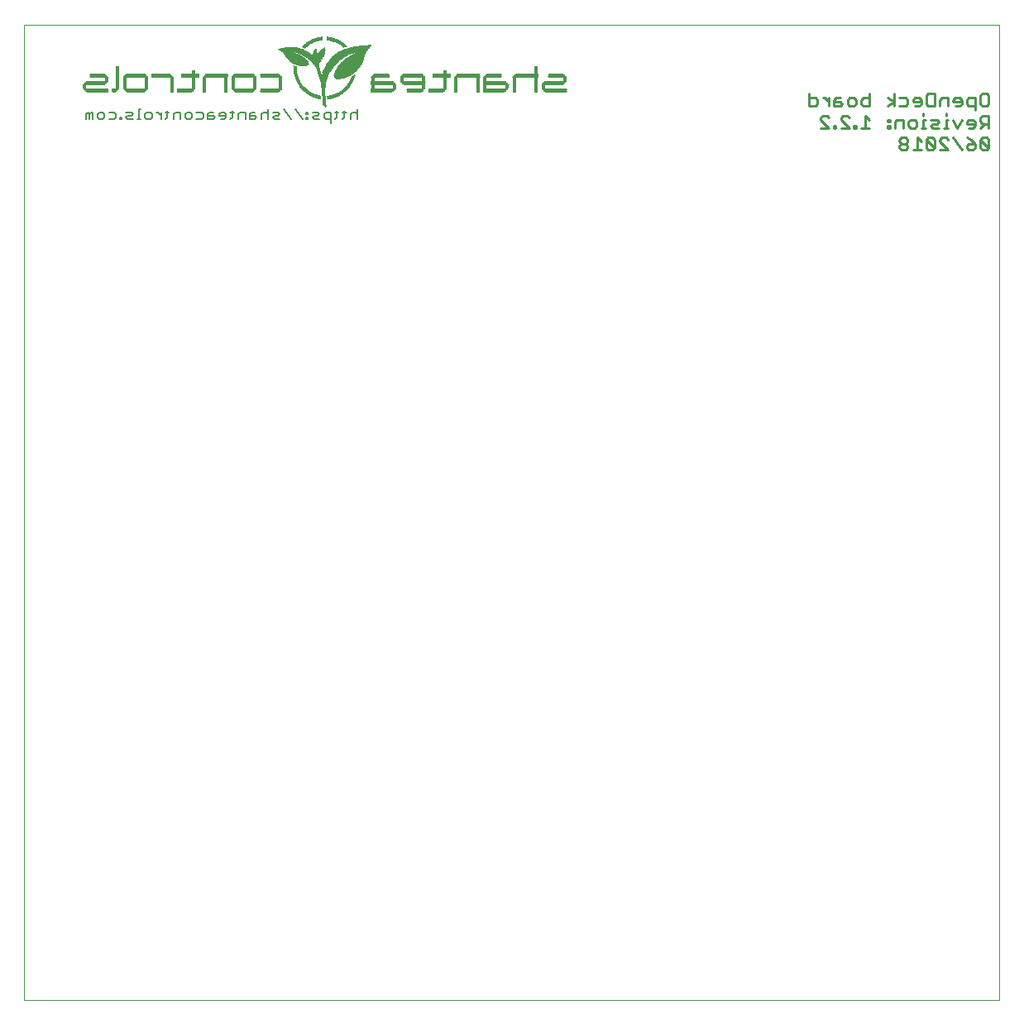
<source format=gbo>
G75*
%MOIN*%
%OFA0B0*%
%FSLAX25Y25*%
%IPPOS*%
%LPD*%
%AMOC8*
5,1,8,0,0,1.08239X$1,22.5*
%
%ADD10C,0.00000*%
%ADD11C,0.00800*%
%ADD12C,0.00900*%
%ADD13R,0.00200X0.00100*%
%ADD14R,0.00300X0.00100*%
%ADD15R,0.00400X0.00100*%
%ADD16R,0.00600X0.00100*%
%ADD17R,0.00700X0.00100*%
%ADD18R,0.00900X0.00100*%
%ADD19R,0.01000X0.00100*%
%ADD20R,0.01200X0.00100*%
%ADD21R,0.01100X0.00100*%
%ADD22R,0.01300X0.00100*%
%ADD23R,0.01800X0.00100*%
%ADD24R,0.02200X0.00100*%
%ADD25R,0.01500X0.00100*%
%ADD26R,0.02600X0.00100*%
%ADD27R,0.01900X0.00100*%
%ADD28R,0.02900X0.00100*%
%ADD29R,0.03200X0.00100*%
%ADD30R,0.02500X0.00100*%
%ADD31R,0.03500X0.00100*%
%ADD32R,0.02700X0.00100*%
%ADD33R,0.03700X0.00100*%
%ADD34R,0.03000X0.00100*%
%ADD35R,0.04000X0.00100*%
%ADD36R,0.03300X0.00100*%
%ADD37R,0.04200X0.00100*%
%ADD38R,0.04400X0.00100*%
%ADD39R,0.03600X0.00100*%
%ADD40R,0.04500X0.00100*%
%ADD41R,0.03800X0.00100*%
%ADD42R,0.03900X0.00100*%
%ADD43R,0.03400X0.00100*%
%ADD44R,0.03100X0.00100*%
%ADD45R,0.02800X0.00100*%
%ADD46R,0.02400X0.00100*%
%ADD47R,0.02300X0.00100*%
%ADD48R,0.01400X0.00100*%
%ADD49R,0.08900X0.00100*%
%ADD50R,0.01600X0.00100*%
%ADD51R,0.06000X0.00100*%
%ADD52R,0.02100X0.00100*%
%ADD53R,0.07400X0.00100*%
%ADD54R,0.09000X0.00100*%
%ADD55R,0.06100X0.00100*%
%ADD56R,0.07500X0.00100*%
%ADD57R,0.07600X0.00100*%
%ADD58R,0.01700X0.00100*%
%ADD59R,0.09100X0.00100*%
%ADD60R,0.06200X0.00100*%
%ADD61R,0.02000X0.00100*%
%ADD62R,0.07800X0.00100*%
%ADD63R,0.09200X0.00100*%
%ADD64R,0.06300X0.00100*%
%ADD65R,0.07700X0.00100*%
%ADD66R,0.08000X0.00100*%
%ADD67R,0.09300X0.00100*%
%ADD68R,0.06400X0.00100*%
%ADD69R,0.08200X0.00100*%
%ADD70R,0.09400X0.00100*%
%ADD71R,0.06500X0.00100*%
%ADD72R,0.07900X0.00100*%
%ADD73R,0.08400X0.00100*%
%ADD74R,0.09500X0.00100*%
%ADD75R,0.06600X0.00100*%
%ADD76R,0.08600X0.00100*%
%ADD77R,0.09600X0.00100*%
%ADD78R,0.06700X0.00100*%
%ADD79R,0.08100X0.00100*%
%ADD80R,0.08800X0.00100*%
%ADD81R,0.09700X0.00100*%
%ADD82R,0.06800X0.00100*%
%ADD83R,0.09800X0.00100*%
%ADD84R,0.06900X0.00100*%
%ADD85R,0.08300X0.00100*%
%ADD86R,0.09900X0.00100*%
%ADD87R,0.07000X0.00100*%
%ADD88R,0.10000X0.00100*%
%ADD89R,0.07100X0.00100*%
%ADD90R,0.08500X0.00100*%
%ADD91R,0.10100X0.00100*%
%ADD92R,0.07200X0.00100*%
%ADD93R,0.10200X0.00100*%
%ADD94R,0.07300X0.00100*%
%ADD95R,0.08700X0.00100*%
%ADD96R,0.10300X0.00100*%
%ADD97R,0.10400X0.00100*%
%ADD98R,0.04600X0.00100*%
%ADD99R,0.04900X0.00100*%
%ADD100R,0.05200X0.00100*%
%ADD101R,0.05400X0.00100*%
%ADD102R,0.05700X0.00100*%
%ADD103R,0.00800X0.00100*%
%ADD104R,0.05900X0.00100*%
%ADD105R,0.00100X0.00100*%
%ADD106R,0.05500X0.00100*%
%ADD107R,0.04100X0.00100*%
%ADD108R,0.04300X0.00100*%
%ADD109R,0.04700X0.00100*%
%ADD110R,0.05100X0.00100*%
%ADD111R,0.05300X0.00100*%
%ADD112R,0.04800X0.00100*%
%ADD113R,0.05000X0.00100*%
%ADD114R,0.05800X0.00100*%
%ADD115R,0.05600X0.00100*%
%ADD116R,0.11100X0.00100*%
%ADD117R,0.11000X0.00100*%
%ADD118R,0.10900X0.00100*%
%ADD119R,0.10800X0.00100*%
%ADD120R,0.10700X0.00100*%
%ADD121R,0.10500X0.00100*%
%ADD122R,0.00500X0.00100*%
D10*
X0001500Y0001500D02*
X0001500Y0394500D01*
X0394500Y0394500D01*
X0394500Y0001500D01*
X0001500Y0001500D01*
D11*
X0026320Y0356230D02*
X0026320Y0358332D01*
X0027021Y0359032D01*
X0027721Y0358332D01*
X0027721Y0356230D01*
X0029122Y0356230D02*
X0029122Y0359032D01*
X0028422Y0359032D01*
X0027721Y0358332D01*
X0030924Y0358332D02*
X0031625Y0359032D01*
X0033026Y0359032D01*
X0033726Y0358332D01*
X0033726Y0356931D01*
X0033026Y0356230D01*
X0031625Y0356230D01*
X0030924Y0356931D01*
X0030924Y0358332D01*
X0035528Y0359032D02*
X0037630Y0359032D01*
X0038330Y0358332D01*
X0038330Y0356931D01*
X0037630Y0356230D01*
X0035528Y0356230D01*
X0039932Y0356230D02*
X0040632Y0356230D01*
X0040632Y0356931D01*
X0039932Y0356931D01*
X0039932Y0356230D01*
X0042434Y0356931D02*
X0043134Y0356230D01*
X0045236Y0356230D01*
X0044536Y0357631D02*
X0043134Y0357631D01*
X0042434Y0356931D01*
X0042434Y0359032D02*
X0044536Y0359032D01*
X0045236Y0358332D01*
X0044536Y0357631D01*
X0046904Y0356230D02*
X0048305Y0356230D01*
X0047605Y0356230D02*
X0047605Y0360434D01*
X0048305Y0360434D01*
X0050107Y0358332D02*
X0050808Y0359032D01*
X0052209Y0359032D01*
X0052909Y0358332D01*
X0052909Y0356931D01*
X0052209Y0356230D01*
X0050808Y0356230D01*
X0050107Y0356931D01*
X0050107Y0358332D01*
X0054644Y0359032D02*
X0055345Y0359032D01*
X0056746Y0357631D01*
X0056746Y0356230D02*
X0056746Y0359032D01*
X0058414Y0359032D02*
X0059815Y0359032D01*
X0059115Y0359733D02*
X0059115Y0356931D01*
X0058414Y0356230D01*
X0061617Y0356230D02*
X0061617Y0358332D01*
X0062317Y0359032D01*
X0064419Y0359032D01*
X0064419Y0356230D01*
X0066221Y0356931D02*
X0066921Y0356230D01*
X0068323Y0356230D01*
X0069023Y0356931D01*
X0069023Y0358332D01*
X0068323Y0359032D01*
X0066921Y0359032D01*
X0066221Y0358332D01*
X0066221Y0356931D01*
X0070825Y0356230D02*
X0072926Y0356230D01*
X0073627Y0356931D01*
X0073627Y0358332D01*
X0072926Y0359032D01*
X0070825Y0359032D01*
X0075429Y0358332D02*
X0075429Y0356230D01*
X0077530Y0356230D01*
X0078231Y0356931D01*
X0077530Y0357631D01*
X0075429Y0357631D01*
X0075429Y0358332D02*
X0076129Y0359032D01*
X0077530Y0359032D01*
X0080032Y0358332D02*
X0080032Y0357631D01*
X0082835Y0357631D01*
X0082835Y0356931D02*
X0082835Y0358332D01*
X0082134Y0359032D01*
X0080733Y0359032D01*
X0080032Y0358332D01*
X0080733Y0356230D02*
X0082134Y0356230D01*
X0082835Y0356931D01*
X0084503Y0356230D02*
X0085204Y0356931D01*
X0085204Y0359733D01*
X0085904Y0359032D02*
X0084503Y0359032D01*
X0087706Y0358332D02*
X0087706Y0356230D01*
X0087706Y0358332D02*
X0088406Y0359032D01*
X0090508Y0359032D01*
X0090508Y0356230D01*
X0092310Y0356230D02*
X0092310Y0358332D01*
X0093010Y0359032D01*
X0094411Y0359032D01*
X0094411Y0357631D02*
X0092310Y0357631D01*
X0092310Y0356230D02*
X0094411Y0356230D01*
X0095112Y0356931D01*
X0094411Y0357631D01*
X0096914Y0358332D02*
X0096914Y0356230D01*
X0096914Y0358332D02*
X0097614Y0359032D01*
X0099015Y0359032D01*
X0099716Y0358332D01*
X0101517Y0359032D02*
X0103619Y0359032D01*
X0104320Y0358332D01*
X0103619Y0357631D01*
X0102218Y0357631D01*
X0101517Y0356931D01*
X0102218Y0356230D01*
X0104320Y0356230D01*
X0106121Y0360434D02*
X0108924Y0356230D01*
X0110725Y0360434D02*
X0113528Y0356230D01*
X0115129Y0356230D02*
X0115129Y0356931D01*
X0115830Y0356931D01*
X0115830Y0356230D01*
X0115129Y0356230D01*
X0115129Y0358332D02*
X0115830Y0358332D01*
X0115830Y0359032D01*
X0115129Y0359032D01*
X0115129Y0358332D01*
X0117631Y0359032D02*
X0119733Y0359032D01*
X0120434Y0358332D01*
X0119733Y0357631D01*
X0118332Y0357631D01*
X0117631Y0356931D01*
X0118332Y0356230D01*
X0120434Y0356230D01*
X0122235Y0356931D02*
X0122936Y0356230D01*
X0125038Y0356230D01*
X0125038Y0354829D02*
X0125038Y0359032D01*
X0122936Y0359032D01*
X0122235Y0358332D01*
X0122235Y0356931D01*
X0126706Y0356230D02*
X0127406Y0356931D01*
X0127406Y0359733D01*
X0126706Y0359032D02*
X0128107Y0359032D01*
X0129775Y0359032D02*
X0131176Y0359032D01*
X0130475Y0359733D02*
X0130475Y0356931D01*
X0129775Y0356230D01*
X0132978Y0356230D02*
X0132978Y0358332D01*
X0133678Y0359032D01*
X0135079Y0359032D01*
X0135780Y0358332D01*
X0135780Y0360434D02*
X0135780Y0356230D01*
X0099716Y0356230D02*
X0099716Y0360434D01*
D12*
X0317832Y0361667D02*
X0320337Y0361667D01*
X0321172Y0362502D01*
X0321172Y0364171D01*
X0320337Y0365006D01*
X0317832Y0365006D01*
X0317832Y0366676D02*
X0317832Y0361667D01*
X0323199Y0365006D02*
X0324034Y0365006D01*
X0325704Y0363336D01*
X0325704Y0361667D02*
X0325704Y0365006D01*
X0327802Y0364171D02*
X0328637Y0365006D01*
X0330307Y0365006D01*
X0330307Y0363336D02*
X0327802Y0363336D01*
X0327802Y0364171D02*
X0327802Y0361667D01*
X0330307Y0361667D01*
X0331141Y0362502D01*
X0330307Y0363336D01*
X0333239Y0362502D02*
X0333239Y0364171D01*
X0334074Y0365006D01*
X0335744Y0365006D01*
X0336579Y0364171D01*
X0336579Y0362502D01*
X0335744Y0361667D01*
X0334074Y0361667D01*
X0333239Y0362502D01*
X0333025Y0357818D02*
X0331355Y0357818D01*
X0330520Y0356983D01*
X0330520Y0356148D01*
X0333860Y0352808D01*
X0330520Y0352808D01*
X0328423Y0352808D02*
X0327588Y0352808D01*
X0327588Y0353643D01*
X0328423Y0353643D01*
X0328423Y0352808D01*
X0325704Y0352808D02*
X0322364Y0356148D01*
X0322364Y0356983D01*
X0323199Y0357818D01*
X0324869Y0357818D01*
X0325704Y0356983D01*
X0325704Y0352808D02*
X0322364Y0352808D01*
X0333025Y0357818D02*
X0333860Y0356983D01*
X0335744Y0353643D02*
X0335744Y0352808D01*
X0336579Y0352808D01*
X0336579Y0353643D01*
X0335744Y0353643D01*
X0338677Y0352808D02*
X0342017Y0352808D01*
X0340347Y0352808D02*
X0340347Y0357818D01*
X0342017Y0356148D01*
X0342017Y0361667D02*
X0339512Y0361667D01*
X0338677Y0362502D01*
X0338677Y0364171D01*
X0339512Y0365006D01*
X0342017Y0365006D01*
X0342017Y0366676D02*
X0342017Y0361667D01*
X0349481Y0361667D02*
X0351986Y0363336D01*
X0349481Y0365006D01*
X0351986Y0366676D02*
X0351986Y0361667D01*
X0354084Y0361667D02*
X0356589Y0361667D01*
X0357424Y0362502D01*
X0357424Y0364171D01*
X0356589Y0365006D01*
X0354084Y0365006D01*
X0359522Y0364171D02*
X0359522Y0363336D01*
X0362861Y0363336D01*
X0362861Y0362502D02*
X0362861Y0364171D01*
X0362026Y0365006D01*
X0360357Y0365006D01*
X0359522Y0364171D01*
X0360357Y0361667D02*
X0362026Y0361667D01*
X0362861Y0362502D01*
X0364959Y0362502D02*
X0364959Y0365841D01*
X0365794Y0366676D01*
X0368299Y0366676D01*
X0368299Y0361667D01*
X0365794Y0361667D01*
X0364959Y0362502D01*
X0363839Y0358653D02*
X0363839Y0357818D01*
X0363839Y0356148D02*
X0363839Y0352808D01*
X0364674Y0352808D02*
X0363004Y0352808D01*
X0361049Y0353643D02*
X0360214Y0352808D01*
X0358544Y0352808D01*
X0357709Y0353643D01*
X0357709Y0355313D01*
X0358544Y0356148D01*
X0360214Y0356148D01*
X0361049Y0355313D01*
X0361049Y0353643D01*
X0363839Y0356148D02*
X0364674Y0356148D01*
X0366772Y0356148D02*
X0369277Y0356148D01*
X0370112Y0355313D01*
X0369277Y0354478D01*
X0367607Y0354478D01*
X0366772Y0353643D01*
X0367607Y0352808D01*
X0370112Y0352808D01*
X0372067Y0352808D02*
X0373737Y0352808D01*
X0372902Y0352808D02*
X0372902Y0356148D01*
X0373737Y0356148D01*
X0372902Y0357818D02*
X0372902Y0358653D01*
X0373737Y0361667D02*
X0373737Y0365006D01*
X0371232Y0365006D01*
X0370397Y0364171D01*
X0370397Y0361667D01*
X0375835Y0363336D02*
X0379175Y0363336D01*
X0379175Y0362502D02*
X0379175Y0364171D01*
X0378340Y0365006D01*
X0376670Y0365006D01*
X0375835Y0364171D01*
X0375835Y0363336D01*
X0376670Y0361667D02*
X0378340Y0361667D01*
X0379175Y0362502D01*
X0381272Y0362502D02*
X0382107Y0361667D01*
X0384612Y0361667D01*
X0384612Y0359997D02*
X0384612Y0365006D01*
X0382107Y0365006D01*
X0381272Y0364171D01*
X0381272Y0362502D01*
X0386710Y0362502D02*
X0386710Y0365841D01*
X0387545Y0366676D01*
X0389215Y0366676D01*
X0390050Y0365841D01*
X0390050Y0362502D01*
X0389215Y0361667D01*
X0387545Y0361667D01*
X0386710Y0362502D01*
X0387545Y0357818D02*
X0386710Y0356983D01*
X0386710Y0355313D01*
X0387545Y0354478D01*
X0390050Y0354478D01*
X0390050Y0352808D02*
X0390050Y0357818D01*
X0387545Y0357818D01*
X0388380Y0354478D02*
X0386710Y0352808D01*
X0384612Y0353643D02*
X0384612Y0355313D01*
X0383777Y0356148D01*
X0382107Y0356148D01*
X0381272Y0355313D01*
X0381272Y0354478D01*
X0384612Y0354478D01*
X0384612Y0353643D02*
X0383777Y0352808D01*
X0382107Y0352808D01*
X0381272Y0348960D02*
X0382942Y0348125D01*
X0384612Y0346455D01*
X0382107Y0346455D01*
X0381272Y0345620D01*
X0381272Y0344785D01*
X0382107Y0343950D01*
X0383777Y0343950D01*
X0384612Y0344785D01*
X0384612Y0346455D01*
X0386710Y0348125D02*
X0390050Y0344785D01*
X0389215Y0343950D01*
X0387545Y0343950D01*
X0386710Y0344785D01*
X0386710Y0348125D01*
X0387545Y0348960D01*
X0389215Y0348960D01*
X0390050Y0348125D01*
X0390050Y0344785D01*
X0379175Y0343950D02*
X0375835Y0348960D01*
X0373737Y0348125D02*
X0372902Y0348960D01*
X0371232Y0348960D01*
X0370397Y0348125D01*
X0370397Y0347290D01*
X0373737Y0343950D01*
X0370397Y0343950D01*
X0368299Y0344785D02*
X0364959Y0348125D01*
X0364959Y0344785D01*
X0365794Y0343950D01*
X0367464Y0343950D01*
X0368299Y0344785D01*
X0368299Y0348125D01*
X0367464Y0348960D01*
X0365794Y0348960D01*
X0364959Y0348125D01*
X0362861Y0347290D02*
X0361192Y0348960D01*
X0361192Y0343950D01*
X0362861Y0343950D02*
X0359522Y0343950D01*
X0357424Y0344785D02*
X0356589Y0343950D01*
X0354919Y0343950D01*
X0354084Y0344785D01*
X0354084Y0345620D01*
X0354919Y0346455D01*
X0356589Y0346455D01*
X0357424Y0347290D01*
X0357424Y0348125D01*
X0356589Y0348960D01*
X0354919Y0348960D01*
X0354084Y0348125D01*
X0354084Y0347290D01*
X0354919Y0346455D01*
X0356589Y0346455D02*
X0357424Y0345620D01*
X0357424Y0344785D01*
X0355611Y0352808D02*
X0355611Y0356148D01*
X0353106Y0356148D01*
X0352271Y0355313D01*
X0352271Y0352808D01*
X0350173Y0352808D02*
X0350173Y0353643D01*
X0349339Y0353643D01*
X0349339Y0352808D01*
X0350173Y0352808D01*
X0350173Y0355313D02*
X0350173Y0356148D01*
X0349339Y0356148D01*
X0349339Y0355313D01*
X0350173Y0355313D01*
X0375835Y0356148D02*
X0377505Y0352808D01*
X0379175Y0356148D01*
D13*
X0134750Y0374000D03*
X0123050Y0361000D03*
X0120850Y0364300D03*
X0114550Y0384800D03*
D14*
X0119000Y0384400D03*
X0122600Y0384900D03*
X0130300Y0385100D03*
X0134600Y0373900D03*
X0123000Y0361100D03*
D15*
X0122950Y0361200D03*
X0134550Y0373800D03*
X0110250Y0377500D03*
D16*
X0110350Y0377400D03*
X0118850Y0384200D03*
X0122450Y0384800D03*
X0134450Y0373700D03*
X0123950Y0364300D03*
X0122850Y0361300D03*
D17*
X0122800Y0361400D03*
X0120600Y0364400D03*
X0128000Y0372400D03*
X0134400Y0373600D03*
X0130400Y0385200D03*
X0122400Y0384700D03*
D18*
X0122300Y0384600D03*
X0118800Y0383900D03*
X0113700Y0377600D03*
X0110500Y0377300D03*
X0122700Y0361500D03*
X0134200Y0373400D03*
D19*
X0120650Y0373800D03*
X0118750Y0383800D03*
X0122250Y0384500D03*
X0122650Y0361600D03*
D20*
X0122550Y0361700D03*
X0122550Y0361800D03*
X0122450Y0362600D03*
X0122450Y0362700D03*
X0122450Y0362800D03*
X0122450Y0362900D03*
X0122350Y0363500D03*
X0122350Y0363600D03*
X0122350Y0363700D03*
X0122350Y0363800D03*
X0122350Y0363900D03*
X0122350Y0364000D03*
X0122350Y0364100D03*
X0122250Y0364400D03*
X0122250Y0364500D03*
X0122250Y0364600D03*
X0122250Y0364700D03*
X0122250Y0364800D03*
X0122250Y0364900D03*
X0122250Y0365000D03*
X0122250Y0365100D03*
X0122250Y0365200D03*
X0122150Y0365600D03*
X0122150Y0365700D03*
X0122150Y0365800D03*
X0122150Y0365900D03*
X0122150Y0366000D03*
X0120550Y0374200D03*
X0120450Y0374600D03*
X0120350Y0374900D03*
X0120350Y0375000D03*
X0120350Y0375100D03*
X0120250Y0375200D03*
X0120250Y0375300D03*
X0120250Y0375400D03*
X0120150Y0375600D03*
X0120150Y0375700D03*
X0118750Y0383500D03*
X0118750Y0383600D03*
X0122150Y0384400D03*
X0120950Y0389100D03*
X0114350Y0385100D03*
X0110650Y0377200D03*
X0110650Y0377100D03*
X0110650Y0377000D03*
X0110650Y0376600D03*
X0110650Y0376500D03*
X0110650Y0376400D03*
X0110650Y0376300D03*
X0110650Y0376200D03*
X0110650Y0376100D03*
X0110750Y0375200D03*
X0110750Y0375100D03*
D21*
X0120400Y0374800D03*
X0120400Y0374700D03*
X0120500Y0374500D03*
X0120500Y0374400D03*
X0120500Y0374300D03*
X0120600Y0374100D03*
X0120600Y0374000D03*
X0120600Y0373900D03*
X0118800Y0383700D03*
X0130500Y0385300D03*
X0140800Y0385900D03*
X0134100Y0373300D03*
X0122300Y0364300D03*
X0122300Y0364200D03*
X0122400Y0363400D03*
X0122400Y0363300D03*
X0122400Y0363200D03*
X0122400Y0363100D03*
X0122400Y0363000D03*
X0122500Y0362500D03*
X0122500Y0362400D03*
X0122500Y0362300D03*
X0122500Y0362200D03*
X0122500Y0362100D03*
X0122500Y0362000D03*
X0122500Y0361900D03*
D22*
X0124300Y0364400D03*
X0122200Y0365300D03*
X0122200Y0365400D03*
X0122200Y0365500D03*
X0122100Y0366100D03*
X0122100Y0366200D03*
X0122100Y0366300D03*
X0122100Y0366400D03*
X0122100Y0366500D03*
X0122100Y0366600D03*
X0122100Y0366700D03*
X0122100Y0366800D03*
X0122000Y0367200D03*
X0122000Y0367300D03*
X0122000Y0367400D03*
X0122000Y0367500D03*
X0120300Y0364500D03*
X0120200Y0375500D03*
X0120100Y0375800D03*
X0120100Y0375900D03*
X0120000Y0376000D03*
X0120000Y0376100D03*
X0120000Y0376200D03*
X0119900Y0376400D03*
X0119800Y0376700D03*
X0122100Y0384300D03*
X0124200Y0389100D03*
X0110600Y0376900D03*
X0110600Y0376800D03*
X0110600Y0376700D03*
X0110700Y0376000D03*
X0110700Y0375900D03*
X0110700Y0375800D03*
X0110700Y0375700D03*
X0110700Y0375600D03*
X0110700Y0375500D03*
X0110700Y0375400D03*
X0110700Y0375300D03*
X0110800Y0375000D03*
X0110800Y0374900D03*
X0110800Y0374800D03*
X0110800Y0374700D03*
X0110800Y0374600D03*
X0110800Y0374500D03*
X0110900Y0374400D03*
X0110900Y0374300D03*
X0110900Y0374200D03*
X0110900Y0374100D03*
X0111000Y0374000D03*
X0111000Y0373900D03*
X0111000Y0373800D03*
X0111000Y0373700D03*
X0111100Y0373600D03*
X0111100Y0373500D03*
X0111100Y0373400D03*
X0111200Y0373200D03*
X0111200Y0373100D03*
X0111300Y0372900D03*
X0111300Y0372800D03*
X0111400Y0372600D03*
X0111400Y0372500D03*
X0111500Y0372300D03*
X0111700Y0371800D03*
X0133500Y0372000D03*
X0133600Y0372200D03*
X0133700Y0372500D03*
X0133800Y0372700D03*
X0133800Y0372800D03*
X0133900Y0373000D03*
X0133900Y0373100D03*
X0134000Y0373200D03*
D23*
X0131250Y0368600D03*
X0131150Y0368500D03*
X0131050Y0368400D03*
X0130950Y0368300D03*
X0130850Y0368200D03*
X0130750Y0368100D03*
X0130650Y0368000D03*
X0130550Y0367900D03*
X0124450Y0364500D03*
X0121850Y0369600D03*
X0114450Y0368000D03*
X0114350Y0368100D03*
X0114250Y0368200D03*
X0114150Y0368300D03*
X0114050Y0368400D03*
X0113950Y0368500D03*
X0119350Y0377800D03*
X0119350Y0377900D03*
X0121750Y0383800D03*
X0121850Y0383900D03*
X0114650Y0385600D03*
X0114550Y0385500D03*
X0114450Y0385400D03*
X0037650Y0367300D03*
D24*
X0037850Y0367700D03*
X0115750Y0367000D03*
X0119750Y0364800D03*
X0124650Y0364600D03*
X0129250Y0366900D03*
X0129350Y0367000D03*
X0121850Y0370700D03*
X0121550Y0383400D03*
X0115950Y0386600D03*
X0115650Y0386400D03*
X0129150Y0386600D03*
X0129350Y0386500D03*
X0129450Y0386400D03*
D25*
X0122000Y0384100D03*
X0118800Y0383100D03*
X0118800Y0383000D03*
X0119500Y0377500D03*
X0119600Y0377300D03*
X0119600Y0377200D03*
X0119700Y0377000D03*
X0121900Y0368400D03*
X0121900Y0368300D03*
X0120100Y0364600D03*
X0113100Y0369500D03*
X0112900Y0369800D03*
X0112800Y0369900D03*
X0112700Y0370000D03*
X0112700Y0370100D03*
X0112600Y0370200D03*
X0112500Y0370300D03*
X0112500Y0370400D03*
X0112400Y0370500D03*
X0112300Y0370700D03*
X0112100Y0371000D03*
X0112000Y0371200D03*
X0111900Y0371400D03*
X0094500Y0371400D03*
X0094500Y0371500D03*
X0094500Y0371600D03*
X0094500Y0371700D03*
X0094500Y0371800D03*
X0094500Y0371900D03*
X0094500Y0372000D03*
X0094500Y0372100D03*
X0094500Y0372200D03*
X0094500Y0372300D03*
X0094500Y0372400D03*
X0094500Y0372500D03*
X0094500Y0372600D03*
X0094500Y0372700D03*
X0094500Y0372800D03*
X0094500Y0371300D03*
X0094500Y0371200D03*
X0094500Y0371100D03*
X0094500Y0371000D03*
X0094500Y0370900D03*
X0094500Y0370800D03*
X0094500Y0370700D03*
X0094500Y0370600D03*
X0094500Y0370500D03*
X0094500Y0370400D03*
X0094500Y0370300D03*
X0094500Y0370200D03*
X0094500Y0370100D03*
X0094500Y0370000D03*
X0094500Y0369900D03*
X0094500Y0369800D03*
X0094500Y0369700D03*
X0094500Y0369600D03*
X0094500Y0369500D03*
X0094500Y0369400D03*
X0094500Y0369300D03*
X0094500Y0369200D03*
X0094500Y0369100D03*
X0094500Y0369000D03*
X0094500Y0368900D03*
X0094500Y0368800D03*
X0094500Y0368700D03*
X0094500Y0368600D03*
X0082800Y0368600D03*
X0082800Y0368700D03*
X0082800Y0368800D03*
X0082800Y0368900D03*
X0082800Y0369000D03*
X0082800Y0369100D03*
X0082800Y0369200D03*
X0082800Y0369300D03*
X0082800Y0369400D03*
X0082800Y0369500D03*
X0082800Y0369600D03*
X0082800Y0369700D03*
X0082800Y0369800D03*
X0082800Y0369900D03*
X0082800Y0370000D03*
X0082800Y0370100D03*
X0082800Y0370200D03*
X0082800Y0370300D03*
X0082800Y0370400D03*
X0082800Y0370500D03*
X0082800Y0370600D03*
X0082800Y0370700D03*
X0082800Y0370800D03*
X0082800Y0370900D03*
X0082800Y0371000D03*
X0082800Y0371100D03*
X0082800Y0371200D03*
X0082800Y0371300D03*
X0082800Y0371400D03*
X0082800Y0371500D03*
X0082800Y0371600D03*
X0082800Y0371700D03*
X0082800Y0371800D03*
X0082800Y0371900D03*
X0082800Y0372000D03*
X0082800Y0372100D03*
X0082800Y0372200D03*
X0082800Y0372300D03*
X0082800Y0372400D03*
X0082800Y0372500D03*
X0082800Y0372600D03*
X0082800Y0372700D03*
X0082800Y0372800D03*
X0082800Y0368500D03*
X0082800Y0368400D03*
X0082800Y0368300D03*
X0082800Y0368200D03*
X0082800Y0368100D03*
X0082800Y0368000D03*
X0082800Y0367900D03*
X0082800Y0367800D03*
X0082800Y0367700D03*
X0082800Y0367600D03*
X0082800Y0367500D03*
X0082800Y0367400D03*
X0082800Y0367300D03*
X0082800Y0367200D03*
X0082800Y0367100D03*
X0060900Y0367100D03*
X0060900Y0367200D03*
X0060900Y0367300D03*
X0060900Y0367400D03*
X0060900Y0367500D03*
X0060900Y0367600D03*
X0060900Y0367700D03*
X0060900Y0367800D03*
X0060900Y0367900D03*
X0060900Y0368000D03*
X0060900Y0368100D03*
X0060900Y0368200D03*
X0060900Y0368300D03*
X0060900Y0368400D03*
X0060900Y0368500D03*
X0060900Y0368600D03*
X0060900Y0368700D03*
X0060900Y0368800D03*
X0060900Y0368900D03*
X0060900Y0369000D03*
X0060900Y0369100D03*
X0060900Y0369200D03*
X0060900Y0369300D03*
X0060900Y0369400D03*
X0060900Y0369500D03*
X0060900Y0369600D03*
X0060900Y0369700D03*
X0060900Y0369800D03*
X0060900Y0369900D03*
X0060900Y0370000D03*
X0060900Y0370100D03*
X0060900Y0370200D03*
X0060900Y0370300D03*
X0060900Y0370400D03*
X0060900Y0370500D03*
X0060900Y0370600D03*
X0060900Y0370700D03*
X0060900Y0370800D03*
X0060900Y0370900D03*
X0060900Y0371000D03*
X0060900Y0371100D03*
X0060900Y0371200D03*
X0060900Y0371300D03*
X0060900Y0371400D03*
X0060900Y0371500D03*
X0060900Y0371600D03*
X0060900Y0371700D03*
X0060900Y0371800D03*
X0060900Y0371900D03*
X0060900Y0372000D03*
X0060900Y0372100D03*
X0060900Y0372200D03*
X0060900Y0372300D03*
X0060900Y0372400D03*
X0060900Y0372500D03*
X0060900Y0372600D03*
X0060900Y0372700D03*
X0060900Y0372800D03*
X0041900Y0372800D03*
X0041900Y0372700D03*
X0041900Y0372600D03*
X0041900Y0372500D03*
X0041900Y0372400D03*
X0041900Y0372300D03*
X0041900Y0372200D03*
X0041900Y0372100D03*
X0041900Y0372000D03*
X0041900Y0371900D03*
X0041900Y0371800D03*
X0041900Y0371700D03*
X0041900Y0371600D03*
X0041900Y0371500D03*
X0041900Y0371400D03*
X0041900Y0371300D03*
X0041900Y0371200D03*
X0041900Y0371100D03*
X0041900Y0371000D03*
X0041900Y0370900D03*
X0041900Y0370800D03*
X0041900Y0370700D03*
X0041900Y0370600D03*
X0041900Y0370500D03*
X0041900Y0370400D03*
X0041900Y0370300D03*
X0041900Y0370200D03*
X0041900Y0370100D03*
X0041900Y0370000D03*
X0041900Y0369900D03*
X0041900Y0369800D03*
X0041900Y0369700D03*
X0041900Y0369600D03*
X0041900Y0369500D03*
X0041900Y0369400D03*
X0041900Y0369300D03*
X0041900Y0369200D03*
X0041900Y0369100D03*
X0041900Y0369000D03*
X0041900Y0368900D03*
X0041900Y0368800D03*
X0041900Y0368700D03*
X0041900Y0368600D03*
X0025800Y0368600D03*
X0025800Y0368700D03*
X0025800Y0368800D03*
X0025800Y0368900D03*
X0025800Y0369000D03*
X0025800Y0369100D03*
X0025800Y0369200D03*
X0025800Y0369300D03*
X0025800Y0369400D03*
X0025800Y0369500D03*
X0025800Y0369600D03*
X0025800Y0369700D03*
X0025800Y0369800D03*
X0025800Y0369900D03*
X0132100Y0369600D03*
X0132300Y0369900D03*
X0132400Y0370000D03*
X0132500Y0370100D03*
X0132500Y0370200D03*
X0132600Y0370300D03*
X0132700Y0370500D03*
X0132800Y0370600D03*
X0132900Y0370800D03*
X0133000Y0371000D03*
X0150600Y0369900D03*
X0150600Y0369800D03*
X0150600Y0369700D03*
X0150600Y0369600D03*
X0150600Y0369500D03*
X0150600Y0369400D03*
X0150600Y0369300D03*
X0150600Y0369200D03*
X0150600Y0369100D03*
X0150600Y0369000D03*
X0150600Y0368900D03*
X0150600Y0368800D03*
X0150600Y0368700D03*
X0150600Y0368600D03*
X0162300Y0368600D03*
X0162300Y0368700D03*
X0162300Y0368800D03*
X0162300Y0368900D03*
X0162300Y0369000D03*
X0162300Y0369100D03*
X0162300Y0369200D03*
X0162300Y0369300D03*
X0162300Y0369400D03*
X0162300Y0369500D03*
X0162300Y0369600D03*
X0162300Y0369700D03*
X0162300Y0369800D03*
X0162300Y0369900D03*
X0162300Y0371600D03*
X0162300Y0371700D03*
X0162300Y0371800D03*
X0162300Y0371900D03*
X0162300Y0372000D03*
X0162300Y0372100D03*
X0162300Y0372200D03*
X0162300Y0372300D03*
X0162300Y0372400D03*
X0162300Y0372500D03*
X0162300Y0372600D03*
X0162300Y0372700D03*
X0162300Y0372800D03*
D26*
X0128350Y0387100D03*
X0121250Y0382800D03*
X0121150Y0382600D03*
X0119050Y0378700D03*
X0121950Y0371600D03*
X0121950Y0371500D03*
X0116750Y0366400D03*
X0124850Y0364700D03*
X0038050Y0368100D03*
D27*
X0037700Y0367400D03*
X0114600Y0367900D03*
X0114700Y0367800D03*
X0114800Y0367700D03*
X0119900Y0364700D03*
X0121900Y0369700D03*
X0121900Y0369800D03*
X0121900Y0369900D03*
X0121900Y0370000D03*
X0121900Y0370100D03*
X0119300Y0378000D03*
X0121700Y0383700D03*
X0115000Y0385900D03*
X0114900Y0385800D03*
X0114800Y0385700D03*
X0114300Y0385300D03*
X0130000Y0386000D03*
X0130400Y0385700D03*
X0130500Y0385600D03*
X0130600Y0385500D03*
X0130400Y0367800D03*
X0130300Y0367700D03*
X0130200Y0367600D03*
D28*
X0127800Y0366100D03*
X0125000Y0364800D03*
X0123000Y0374600D03*
X0123100Y0374800D03*
X0123200Y0375000D03*
X0123300Y0375200D03*
X0127700Y0387400D03*
X0117400Y0387400D03*
X0038200Y0368400D03*
D29*
X0113650Y0377800D03*
X0121950Y0372700D03*
X0121950Y0372600D03*
X0123750Y0376100D03*
X0123850Y0376200D03*
X0123850Y0376300D03*
X0123950Y0376400D03*
X0124050Y0376600D03*
X0127250Y0387600D03*
X0117850Y0387600D03*
X0117850Y0365900D03*
X0125150Y0364900D03*
D30*
X0128400Y0366400D03*
X0128600Y0366500D03*
X0121900Y0371200D03*
X0121900Y0371300D03*
X0121900Y0371400D03*
X0119600Y0364900D03*
X0119100Y0378600D03*
X0121300Y0382900D03*
X0116800Y0387100D03*
X0116600Y0387000D03*
X0120300Y0388800D03*
X0124800Y0388800D03*
X0128500Y0387000D03*
X0128700Y0386900D03*
X0038000Y0368000D03*
D31*
X0119100Y0365300D03*
X0125300Y0365000D03*
X0122000Y0373000D03*
X0122000Y0373100D03*
X0122000Y0373200D03*
X0124500Y0377300D03*
X0124600Y0377400D03*
X0124600Y0377500D03*
X0124700Y0377600D03*
D32*
X0121100Y0382500D03*
X0121200Y0382700D03*
X0117200Y0387300D03*
X0117000Y0387200D03*
X0128100Y0387200D03*
X0128300Y0372600D03*
X0128200Y0366300D03*
X0128000Y0366200D03*
X0121900Y0371700D03*
X0121900Y0371800D03*
X0119500Y0365000D03*
X0116900Y0366300D03*
X0038100Y0368200D03*
D33*
X0118400Y0365700D03*
X0125400Y0365100D03*
X0122000Y0373400D03*
X0124900Y0377900D03*
X0125000Y0378000D03*
X0125100Y0378200D03*
X0125200Y0378300D03*
X0126600Y0387800D03*
X0118500Y0387800D03*
D34*
X0117650Y0387500D03*
X0119050Y0379000D03*
X0123550Y0375700D03*
X0123450Y0375500D03*
X0123350Y0375300D03*
X0123250Y0375100D03*
X0123150Y0374900D03*
X0121950Y0372400D03*
X0121950Y0372300D03*
X0121950Y0372200D03*
X0119350Y0365100D03*
X0117550Y0366000D03*
X0127550Y0366000D03*
X0038250Y0368500D03*
D35*
X0118850Y0379600D03*
X0125750Y0379000D03*
X0125850Y0379100D03*
X0125950Y0379200D03*
X0126250Y0387900D03*
X0137050Y0382900D03*
X0125550Y0365200D03*
D36*
X0119200Y0365200D03*
X0118100Y0365800D03*
X0122000Y0372800D03*
X0122000Y0372900D03*
X0124000Y0376500D03*
X0124100Y0376700D03*
X0124200Y0376800D03*
X0124300Y0377000D03*
X0119000Y0379200D03*
X0128400Y0372700D03*
D37*
X0128650Y0372900D03*
X0126250Y0379500D03*
X0126350Y0379600D03*
X0118850Y0379700D03*
X0115150Y0382200D03*
X0114950Y0382300D03*
X0107650Y0383200D03*
X0125650Y0365300D03*
X0136850Y0382700D03*
D38*
X0136650Y0382500D03*
X0120150Y0382300D03*
X0120150Y0382200D03*
X0120150Y0382100D03*
X0120050Y0381900D03*
X0120050Y0381800D03*
X0118850Y0379800D03*
X0114650Y0382500D03*
X0114450Y0382600D03*
X0113550Y0378000D03*
X0107850Y0383100D03*
X0125750Y0365400D03*
D39*
X0126750Y0365700D03*
X0118950Y0365400D03*
X0122050Y0373300D03*
X0124750Y0377700D03*
X0124850Y0377800D03*
X0125050Y0378100D03*
X0118950Y0379400D03*
X0119750Y0388400D03*
X0125350Y0388400D03*
D40*
X0125800Y0388000D03*
X0119300Y0388000D03*
X0120200Y0382400D03*
X0118800Y0379900D03*
X0126800Y0380100D03*
X0126900Y0380200D03*
X0127000Y0380300D03*
X0125900Y0365500D03*
X0108000Y0383000D03*
D41*
X0118950Y0379500D03*
X0125250Y0378400D03*
X0125350Y0378500D03*
X0125450Y0378600D03*
X0122050Y0373600D03*
X0122050Y0373500D03*
X0128550Y0372800D03*
X0118850Y0365500D03*
D42*
X0118700Y0365600D03*
X0126400Y0365600D03*
X0122100Y0373700D03*
X0125500Y0378700D03*
X0125600Y0378800D03*
X0125700Y0378900D03*
X0115800Y0381800D03*
X0115600Y0381900D03*
X0115500Y0382000D03*
X0113600Y0377900D03*
X0109000Y0385000D03*
X0119600Y0388300D03*
X0125500Y0388300D03*
X0137200Y0383000D03*
X0139300Y0385700D03*
D43*
X0126950Y0387700D03*
X0125250Y0388500D03*
X0119850Y0388500D03*
X0118150Y0387700D03*
X0118950Y0379300D03*
X0124250Y0376900D03*
X0124350Y0377100D03*
X0124450Y0377200D03*
X0127050Y0365800D03*
D44*
X0127300Y0365900D03*
X0122000Y0372500D03*
X0123400Y0375400D03*
X0123500Y0375600D03*
X0123600Y0375800D03*
X0123700Y0375900D03*
X0123700Y0376000D03*
X0119000Y0379100D03*
X0127500Y0387500D03*
X0125100Y0388600D03*
X0120000Y0388600D03*
D45*
X0120150Y0388700D03*
X0124950Y0388700D03*
X0127950Y0387300D03*
X0119050Y0378900D03*
X0119050Y0378800D03*
X0123050Y0374700D03*
X0122950Y0374500D03*
X0122950Y0374400D03*
X0122850Y0374300D03*
X0122850Y0374200D03*
X0122750Y0374100D03*
X0122750Y0374000D03*
X0122750Y0373900D03*
X0122650Y0373800D03*
X0121950Y0372100D03*
X0121950Y0372000D03*
X0121950Y0371900D03*
X0117350Y0366100D03*
X0117150Y0366200D03*
X0139850Y0385800D03*
X0038150Y0368300D03*
D46*
X0037950Y0367900D03*
X0113650Y0377700D03*
X0119150Y0378500D03*
X0121350Y0383000D03*
X0116450Y0386900D03*
X0116250Y0386800D03*
X0128850Y0386800D03*
X0128750Y0366600D03*
X0116550Y0366500D03*
X0116350Y0366600D03*
D47*
X0116200Y0366700D03*
X0116100Y0366800D03*
X0115900Y0366900D03*
X0121900Y0370800D03*
X0121900Y0370900D03*
X0121900Y0371000D03*
X0121900Y0371100D03*
X0119200Y0378400D03*
X0121400Y0383100D03*
X0121500Y0383200D03*
X0121500Y0383300D03*
X0116100Y0386700D03*
X0129000Y0386700D03*
X0129100Y0366800D03*
X0128900Y0366700D03*
X0037900Y0367800D03*
D48*
X0111150Y0373300D03*
X0111250Y0373000D03*
X0111350Y0372700D03*
X0111450Y0372400D03*
X0111550Y0372200D03*
X0111550Y0372100D03*
X0111650Y0372000D03*
X0111650Y0371900D03*
X0111750Y0371700D03*
X0111850Y0371600D03*
X0111850Y0371500D03*
X0111950Y0371300D03*
X0112050Y0371100D03*
X0112150Y0370900D03*
X0112250Y0370800D03*
X0112350Y0370600D03*
X0119950Y0376300D03*
X0119850Y0376500D03*
X0119850Y0376600D03*
X0119750Y0376800D03*
X0119750Y0376900D03*
X0119650Y0377100D03*
X0118750Y0383200D03*
X0118750Y0383300D03*
X0118750Y0383400D03*
X0122050Y0384200D03*
X0133850Y0372900D03*
X0133750Y0372600D03*
X0133650Y0372400D03*
X0133650Y0372300D03*
X0133550Y0372100D03*
X0133450Y0371900D03*
X0133450Y0371800D03*
X0133350Y0371700D03*
X0133350Y0371600D03*
X0133250Y0371500D03*
X0133250Y0371400D03*
X0133150Y0371300D03*
X0133150Y0371200D03*
X0133050Y0371100D03*
X0132950Y0370900D03*
X0132850Y0370700D03*
X0132650Y0370400D03*
X0121950Y0368200D03*
X0121950Y0368100D03*
X0121950Y0368000D03*
X0121950Y0367900D03*
X0121950Y0367800D03*
X0121950Y0367700D03*
X0121950Y0367600D03*
X0122050Y0367100D03*
X0122050Y0367000D03*
X0122050Y0366900D03*
D49*
X0131800Y0376500D03*
X0131900Y0376600D03*
X0132000Y0376700D03*
X0132100Y0376900D03*
X0132200Y0377000D03*
X0132600Y0377600D03*
X0132700Y0377700D03*
X0132800Y0377900D03*
X0132900Y0378000D03*
X0133000Y0378100D03*
X0145500Y0371400D03*
X0145500Y0367100D03*
X0158600Y0370100D03*
X0180600Y0374400D03*
X0190800Y0371500D03*
X0190800Y0367100D03*
X0204000Y0374400D03*
X0214200Y0370000D03*
X0214300Y0370100D03*
X0214400Y0370200D03*
X0214500Y0370300D03*
X0214600Y0370400D03*
X0214700Y0370500D03*
X0214800Y0370600D03*
X0214900Y0370700D03*
X0215000Y0370800D03*
X0215100Y0370900D03*
X0215200Y0371000D03*
X0215300Y0371100D03*
X0215400Y0371200D03*
X0215500Y0371300D03*
X0215600Y0371400D03*
X0215700Y0371500D03*
X0215700Y0367100D03*
X0108600Y0384500D03*
X0101100Y0372900D03*
X0079100Y0374300D03*
X0030900Y0367100D03*
D50*
X0034550Y0371600D03*
X0034550Y0371700D03*
X0034550Y0371800D03*
X0034550Y0371900D03*
X0034550Y0372000D03*
X0034550Y0372100D03*
X0034550Y0372200D03*
X0034550Y0372300D03*
X0034550Y0372400D03*
X0034550Y0372500D03*
X0034550Y0372600D03*
X0034550Y0372700D03*
X0034550Y0372800D03*
X0038950Y0372800D03*
X0038950Y0372900D03*
X0038950Y0373000D03*
X0038950Y0373100D03*
X0038950Y0373200D03*
X0038950Y0373300D03*
X0038950Y0373400D03*
X0038950Y0373500D03*
X0038950Y0373600D03*
X0038950Y0373700D03*
X0038950Y0373800D03*
X0038950Y0373900D03*
X0038950Y0374000D03*
X0038950Y0374100D03*
X0038950Y0374200D03*
X0038950Y0374300D03*
X0038950Y0374400D03*
X0038950Y0374500D03*
X0038950Y0374600D03*
X0038950Y0374700D03*
X0038950Y0374800D03*
X0038950Y0374900D03*
X0038950Y0375000D03*
X0038950Y0375100D03*
X0038950Y0375200D03*
X0038950Y0375300D03*
X0038950Y0375400D03*
X0038950Y0375500D03*
X0038950Y0375600D03*
X0038950Y0375700D03*
X0038950Y0375800D03*
X0038950Y0375900D03*
X0038950Y0376000D03*
X0038950Y0376100D03*
X0038950Y0376200D03*
X0038950Y0376300D03*
X0038950Y0376400D03*
X0038950Y0376500D03*
X0038950Y0376600D03*
X0038950Y0376700D03*
X0038950Y0376800D03*
X0038950Y0376900D03*
X0038950Y0377000D03*
X0038950Y0377100D03*
X0038950Y0377200D03*
X0038950Y0377300D03*
X0038950Y0372700D03*
X0038950Y0372600D03*
X0038950Y0372500D03*
X0038950Y0372400D03*
X0038950Y0372300D03*
X0038950Y0372200D03*
X0038950Y0372100D03*
X0038950Y0372000D03*
X0038950Y0371900D03*
X0038950Y0371800D03*
X0038950Y0371700D03*
X0038950Y0371600D03*
X0038950Y0371500D03*
X0038950Y0371400D03*
X0038950Y0371300D03*
X0038950Y0371200D03*
X0038950Y0371100D03*
X0038950Y0371000D03*
X0038950Y0370900D03*
X0038950Y0370800D03*
X0038950Y0370700D03*
X0038950Y0370600D03*
X0038950Y0370500D03*
X0038950Y0370400D03*
X0038950Y0370300D03*
X0038950Y0370200D03*
X0038950Y0370100D03*
X0038950Y0370000D03*
X0038950Y0369900D03*
X0038950Y0369800D03*
X0038950Y0369700D03*
X0038950Y0369600D03*
X0038950Y0369500D03*
X0038950Y0369400D03*
X0038950Y0369300D03*
X0038950Y0369200D03*
X0038950Y0369100D03*
X0038950Y0369000D03*
X0038950Y0368900D03*
X0038950Y0368800D03*
X0038950Y0368700D03*
X0038950Y0368600D03*
X0037550Y0367100D03*
X0050650Y0368600D03*
X0050650Y0368700D03*
X0050650Y0368800D03*
X0050650Y0368900D03*
X0050650Y0369000D03*
X0050650Y0369100D03*
X0050650Y0369200D03*
X0050650Y0369300D03*
X0050650Y0369400D03*
X0050650Y0369500D03*
X0050650Y0369600D03*
X0050650Y0369700D03*
X0050650Y0369800D03*
X0050650Y0369900D03*
X0050650Y0370000D03*
X0050650Y0370100D03*
X0050650Y0370200D03*
X0050650Y0370300D03*
X0050650Y0370400D03*
X0050650Y0370500D03*
X0050650Y0370600D03*
X0050650Y0370700D03*
X0050650Y0370800D03*
X0050650Y0370900D03*
X0050650Y0371000D03*
X0050650Y0371100D03*
X0050650Y0371200D03*
X0050650Y0371300D03*
X0050650Y0371400D03*
X0050650Y0371500D03*
X0050650Y0371600D03*
X0050650Y0371700D03*
X0050650Y0371800D03*
X0050650Y0371900D03*
X0050650Y0372000D03*
X0050650Y0372100D03*
X0050650Y0372200D03*
X0050650Y0372300D03*
X0050650Y0372400D03*
X0050650Y0372500D03*
X0050650Y0372600D03*
X0050650Y0372700D03*
X0050650Y0372800D03*
X0069650Y0372800D03*
X0069650Y0372700D03*
X0069650Y0372600D03*
X0069650Y0372500D03*
X0069650Y0372400D03*
X0069650Y0372300D03*
X0069650Y0372200D03*
X0069650Y0372100D03*
X0069650Y0372000D03*
X0069650Y0371900D03*
X0069650Y0371800D03*
X0069650Y0371700D03*
X0069650Y0371600D03*
X0069650Y0371500D03*
X0069650Y0371400D03*
X0069650Y0371300D03*
X0069650Y0371200D03*
X0069650Y0371100D03*
X0069650Y0371000D03*
X0069650Y0370900D03*
X0069650Y0370800D03*
X0069650Y0370700D03*
X0069650Y0370600D03*
X0069650Y0370500D03*
X0069650Y0370400D03*
X0069650Y0370300D03*
X0069650Y0370200D03*
X0069650Y0370100D03*
X0069650Y0370000D03*
X0069650Y0369900D03*
X0069650Y0369800D03*
X0069650Y0369700D03*
X0069650Y0369600D03*
X0069650Y0369500D03*
X0069650Y0369400D03*
X0069650Y0369300D03*
X0069650Y0369200D03*
X0069650Y0369100D03*
X0069650Y0369000D03*
X0069650Y0368900D03*
X0069650Y0368800D03*
X0069650Y0368700D03*
X0069650Y0368600D03*
X0074050Y0368600D03*
X0074050Y0368700D03*
X0074050Y0368800D03*
X0074050Y0368900D03*
X0074050Y0369000D03*
X0074050Y0369100D03*
X0074050Y0369200D03*
X0074050Y0369300D03*
X0074050Y0369400D03*
X0074050Y0369500D03*
X0074050Y0369600D03*
X0074050Y0369700D03*
X0074050Y0369800D03*
X0074050Y0369900D03*
X0074050Y0370000D03*
X0074050Y0370100D03*
X0074050Y0370200D03*
X0074050Y0370300D03*
X0074050Y0370400D03*
X0074050Y0370500D03*
X0074050Y0370600D03*
X0074050Y0370700D03*
X0074050Y0370800D03*
X0074050Y0370900D03*
X0074050Y0371000D03*
X0074050Y0371100D03*
X0074050Y0371200D03*
X0074050Y0371300D03*
X0074050Y0371400D03*
X0074050Y0371500D03*
X0074050Y0371600D03*
X0074050Y0371700D03*
X0074050Y0371800D03*
X0074050Y0371900D03*
X0074050Y0372000D03*
X0074050Y0372100D03*
X0074050Y0372200D03*
X0074050Y0372300D03*
X0074050Y0372400D03*
X0074050Y0372500D03*
X0074050Y0372600D03*
X0074050Y0372700D03*
X0074050Y0372800D03*
X0074050Y0368500D03*
X0074050Y0368400D03*
X0074050Y0368300D03*
X0074050Y0368200D03*
X0074050Y0368100D03*
X0074050Y0368000D03*
X0074050Y0367900D03*
X0074050Y0367800D03*
X0074050Y0367700D03*
X0074050Y0367600D03*
X0074050Y0367500D03*
X0074050Y0367400D03*
X0074050Y0367300D03*
X0074050Y0367200D03*
X0074050Y0367100D03*
X0069650Y0374500D03*
X0069650Y0374600D03*
X0069650Y0374700D03*
X0069650Y0374800D03*
X0069650Y0374900D03*
X0069650Y0375000D03*
X0069650Y0375100D03*
X0069650Y0375200D03*
X0069650Y0375300D03*
X0069650Y0375400D03*
X0069650Y0375500D03*
X0069650Y0375600D03*
X0069650Y0375700D03*
X0069650Y0375800D03*
X0085750Y0372800D03*
X0085750Y0372700D03*
X0085750Y0372600D03*
X0085750Y0372500D03*
X0085750Y0372400D03*
X0085750Y0372300D03*
X0085750Y0372200D03*
X0085750Y0372100D03*
X0085750Y0372000D03*
X0085750Y0371900D03*
X0085750Y0371800D03*
X0085750Y0371700D03*
X0085750Y0371600D03*
X0085750Y0371500D03*
X0085750Y0371400D03*
X0085750Y0371300D03*
X0085750Y0371200D03*
X0085750Y0371100D03*
X0085750Y0371000D03*
X0085750Y0370900D03*
X0085750Y0370800D03*
X0085750Y0370700D03*
X0085750Y0370600D03*
X0085750Y0370500D03*
X0085750Y0370400D03*
X0085750Y0370300D03*
X0085750Y0370200D03*
X0085750Y0370100D03*
X0085750Y0370000D03*
X0085750Y0369900D03*
X0085750Y0369800D03*
X0085750Y0369700D03*
X0085750Y0369600D03*
X0085750Y0369500D03*
X0085750Y0369400D03*
X0085750Y0369300D03*
X0085750Y0369200D03*
X0085750Y0369100D03*
X0085750Y0369000D03*
X0085750Y0368900D03*
X0085750Y0368800D03*
X0085750Y0368700D03*
X0085750Y0368600D03*
X0104750Y0368600D03*
X0104750Y0368700D03*
X0104750Y0368800D03*
X0104750Y0368900D03*
X0104750Y0369000D03*
X0104750Y0369100D03*
X0104750Y0369200D03*
X0104750Y0369300D03*
X0104750Y0369400D03*
X0104750Y0369500D03*
X0104750Y0369600D03*
X0104750Y0369700D03*
X0104750Y0369800D03*
X0104750Y0369900D03*
X0104750Y0370000D03*
X0104750Y0370100D03*
X0104750Y0370200D03*
X0104750Y0370300D03*
X0104750Y0370400D03*
X0104750Y0370500D03*
X0104750Y0370600D03*
X0104750Y0370700D03*
X0104750Y0370800D03*
X0104750Y0370900D03*
X0104750Y0371000D03*
X0104750Y0371100D03*
X0104750Y0371200D03*
X0104750Y0371300D03*
X0104750Y0371400D03*
X0104750Y0371500D03*
X0104750Y0371600D03*
X0104750Y0371700D03*
X0104750Y0371800D03*
X0104750Y0371900D03*
X0104750Y0372000D03*
X0104750Y0372100D03*
X0104750Y0372200D03*
X0104750Y0372300D03*
X0104750Y0372400D03*
X0104750Y0372500D03*
X0104750Y0372600D03*
X0104750Y0372700D03*
X0104750Y0372800D03*
X0112950Y0369700D03*
X0113050Y0369600D03*
X0113150Y0369400D03*
X0113250Y0369300D03*
X0113350Y0369200D03*
X0113450Y0369100D03*
X0121950Y0368800D03*
X0121950Y0368700D03*
X0121950Y0368600D03*
X0121950Y0368500D03*
X0119550Y0377400D03*
X0119450Y0377600D03*
X0118750Y0382900D03*
X0114250Y0385200D03*
X0130550Y0385400D03*
X0141850Y0372800D03*
X0141850Y0372700D03*
X0141850Y0372600D03*
X0141850Y0372500D03*
X0141850Y0372400D03*
X0141850Y0372300D03*
X0141850Y0372200D03*
X0141850Y0372100D03*
X0141850Y0372000D03*
X0141850Y0371900D03*
X0141850Y0371800D03*
X0141850Y0371700D03*
X0141850Y0371600D03*
X0141850Y0369900D03*
X0141850Y0369800D03*
X0141850Y0369700D03*
X0141850Y0369600D03*
X0141850Y0369500D03*
X0141850Y0369400D03*
X0141850Y0369300D03*
X0141850Y0369200D03*
X0141850Y0369100D03*
X0141850Y0369000D03*
X0141850Y0368900D03*
X0141850Y0368800D03*
X0141850Y0368700D03*
X0141850Y0368600D03*
X0132250Y0369800D03*
X0132150Y0369700D03*
X0132050Y0369500D03*
X0131950Y0369400D03*
X0131850Y0369300D03*
X0131750Y0369200D03*
X0131550Y0368900D03*
X0131450Y0368800D03*
X0131350Y0368700D03*
X0153550Y0371600D03*
X0153550Y0371700D03*
X0153550Y0371800D03*
X0153550Y0371900D03*
X0153550Y0372000D03*
X0153550Y0372100D03*
X0153550Y0372200D03*
X0153550Y0372300D03*
X0153550Y0372400D03*
X0153550Y0372500D03*
X0153550Y0372600D03*
X0153550Y0372700D03*
X0153550Y0372800D03*
X0171050Y0372800D03*
X0171050Y0372700D03*
X0171050Y0372600D03*
X0171050Y0372500D03*
X0171050Y0372400D03*
X0171050Y0372300D03*
X0171050Y0372200D03*
X0171050Y0372100D03*
X0171050Y0372000D03*
X0171050Y0371900D03*
X0171050Y0371800D03*
X0171050Y0371700D03*
X0171050Y0371600D03*
X0171050Y0371500D03*
X0171050Y0371400D03*
X0171050Y0371300D03*
X0171050Y0371200D03*
X0171050Y0371100D03*
X0171050Y0371000D03*
X0171050Y0370900D03*
X0171050Y0370800D03*
X0171050Y0370700D03*
X0171050Y0370600D03*
X0171050Y0370500D03*
X0171050Y0370400D03*
X0171050Y0370300D03*
X0171050Y0370200D03*
X0171050Y0370100D03*
X0171050Y0370000D03*
X0171050Y0369900D03*
X0171050Y0369800D03*
X0171050Y0369700D03*
X0171050Y0369600D03*
X0171050Y0369500D03*
X0171050Y0369400D03*
X0171050Y0369300D03*
X0171050Y0369200D03*
X0171050Y0369100D03*
X0171050Y0369000D03*
X0171050Y0368900D03*
X0171050Y0368800D03*
X0171050Y0368700D03*
X0171050Y0368600D03*
X0175450Y0368600D03*
X0175450Y0368700D03*
X0175450Y0368800D03*
X0175450Y0368900D03*
X0175450Y0369000D03*
X0175450Y0369100D03*
X0175450Y0369200D03*
X0175450Y0369300D03*
X0175450Y0369400D03*
X0175450Y0369500D03*
X0175450Y0369600D03*
X0175450Y0369700D03*
X0175450Y0369800D03*
X0175450Y0369900D03*
X0175450Y0370000D03*
X0175450Y0370100D03*
X0175450Y0370200D03*
X0175450Y0370300D03*
X0175450Y0370400D03*
X0175450Y0370500D03*
X0175450Y0370600D03*
X0175450Y0370700D03*
X0175450Y0370800D03*
X0175450Y0370900D03*
X0175450Y0371000D03*
X0175450Y0371100D03*
X0175450Y0371200D03*
X0175450Y0371300D03*
X0175450Y0371400D03*
X0175450Y0371500D03*
X0175450Y0371600D03*
X0175450Y0371700D03*
X0175450Y0371800D03*
X0175450Y0371900D03*
X0175450Y0372000D03*
X0175450Y0372100D03*
X0175450Y0372200D03*
X0175450Y0372300D03*
X0175450Y0372400D03*
X0175450Y0372500D03*
X0175450Y0372600D03*
X0175450Y0372700D03*
X0175450Y0372800D03*
X0175450Y0368500D03*
X0175450Y0368400D03*
X0175450Y0368300D03*
X0175450Y0368200D03*
X0175450Y0368100D03*
X0175450Y0368000D03*
X0175450Y0367900D03*
X0175450Y0367800D03*
X0175450Y0367700D03*
X0175450Y0367600D03*
X0175450Y0367500D03*
X0175450Y0367400D03*
X0175450Y0367300D03*
X0175450Y0367200D03*
X0175450Y0367100D03*
X0171050Y0374500D03*
X0171050Y0374600D03*
X0171050Y0374700D03*
X0171050Y0374800D03*
X0171050Y0374900D03*
X0171050Y0375000D03*
X0171050Y0375100D03*
X0171050Y0375200D03*
X0171050Y0375300D03*
X0171050Y0375400D03*
X0171050Y0375500D03*
X0171050Y0375600D03*
X0171050Y0375700D03*
X0171050Y0375800D03*
X0184250Y0372800D03*
X0184250Y0372700D03*
X0184250Y0372600D03*
X0184250Y0372500D03*
X0184250Y0372400D03*
X0184250Y0372300D03*
X0184250Y0372200D03*
X0184250Y0372100D03*
X0184250Y0372000D03*
X0184250Y0371900D03*
X0184250Y0371800D03*
X0184250Y0371700D03*
X0184250Y0371600D03*
X0184250Y0371500D03*
X0184250Y0371400D03*
X0184250Y0371300D03*
X0184250Y0371200D03*
X0184250Y0371100D03*
X0184250Y0371000D03*
X0184250Y0370900D03*
X0184250Y0370800D03*
X0184250Y0370700D03*
X0184250Y0370600D03*
X0184250Y0370500D03*
X0184250Y0370400D03*
X0184250Y0370300D03*
X0184250Y0370200D03*
X0184250Y0370100D03*
X0184250Y0370000D03*
X0184250Y0369900D03*
X0184250Y0369800D03*
X0184250Y0369700D03*
X0184250Y0369600D03*
X0184250Y0369500D03*
X0184250Y0369400D03*
X0184250Y0369300D03*
X0184250Y0369200D03*
X0184250Y0369100D03*
X0184250Y0369000D03*
X0184250Y0368900D03*
X0184250Y0368800D03*
X0184250Y0368700D03*
X0184250Y0368600D03*
X0184250Y0368500D03*
X0184250Y0368400D03*
X0184250Y0368300D03*
X0184250Y0368200D03*
X0184250Y0368100D03*
X0184250Y0368000D03*
X0184250Y0367900D03*
X0184250Y0367800D03*
X0184250Y0367700D03*
X0184250Y0367600D03*
X0184250Y0367500D03*
X0184250Y0367400D03*
X0184250Y0367300D03*
X0184250Y0367200D03*
X0184250Y0367100D03*
X0187150Y0368600D03*
X0187150Y0368700D03*
X0187150Y0368800D03*
X0187150Y0368900D03*
X0187150Y0369000D03*
X0187150Y0369100D03*
X0187150Y0369200D03*
X0187150Y0369300D03*
X0187150Y0369400D03*
X0187150Y0369500D03*
X0187150Y0369600D03*
X0187150Y0369700D03*
X0187150Y0369800D03*
X0187150Y0369900D03*
X0187150Y0371600D03*
X0187150Y0371700D03*
X0187150Y0371800D03*
X0187150Y0371900D03*
X0187150Y0372000D03*
X0187150Y0372100D03*
X0187150Y0372200D03*
X0187150Y0372300D03*
X0187150Y0372400D03*
X0187150Y0372500D03*
X0187150Y0372600D03*
X0187150Y0372700D03*
X0187150Y0372800D03*
X0195950Y0369900D03*
X0195950Y0369800D03*
X0195950Y0369700D03*
X0195950Y0369600D03*
X0195950Y0369500D03*
X0195950Y0369400D03*
X0195950Y0369300D03*
X0195950Y0369200D03*
X0195950Y0369100D03*
X0195950Y0369000D03*
X0195950Y0368900D03*
X0195950Y0368800D03*
X0195950Y0368700D03*
X0195950Y0368600D03*
X0198850Y0368600D03*
X0198850Y0368700D03*
X0198850Y0368800D03*
X0198850Y0368900D03*
X0198850Y0369000D03*
X0198850Y0369100D03*
X0198850Y0369200D03*
X0198850Y0369300D03*
X0198850Y0369400D03*
X0198850Y0369500D03*
X0198850Y0369600D03*
X0198850Y0369700D03*
X0198850Y0369800D03*
X0198850Y0369900D03*
X0198850Y0370000D03*
X0198850Y0370100D03*
X0198850Y0370200D03*
X0198850Y0370300D03*
X0198850Y0370400D03*
X0198850Y0370500D03*
X0198850Y0370600D03*
X0198850Y0370700D03*
X0198850Y0370800D03*
X0198850Y0370900D03*
X0198850Y0371000D03*
X0198850Y0371100D03*
X0198850Y0371200D03*
X0198850Y0371300D03*
X0198850Y0371400D03*
X0198850Y0371500D03*
X0198850Y0371600D03*
X0198850Y0371700D03*
X0198850Y0371800D03*
X0198850Y0371900D03*
X0198850Y0372000D03*
X0198850Y0372100D03*
X0198850Y0372200D03*
X0198850Y0372300D03*
X0198850Y0372400D03*
X0198850Y0372500D03*
X0198850Y0372600D03*
X0198850Y0372700D03*
X0198850Y0372800D03*
X0198850Y0368500D03*
X0198850Y0368400D03*
X0198850Y0368300D03*
X0198850Y0368200D03*
X0198850Y0368100D03*
X0198850Y0368000D03*
X0198850Y0367900D03*
X0198850Y0367800D03*
X0198850Y0367700D03*
X0198850Y0367600D03*
X0198850Y0367500D03*
X0198850Y0367400D03*
X0198850Y0367300D03*
X0198850Y0367200D03*
X0198850Y0367100D03*
X0207650Y0367100D03*
X0207650Y0367200D03*
X0207650Y0367300D03*
X0207650Y0367400D03*
X0207650Y0367500D03*
X0207650Y0367600D03*
X0207650Y0367700D03*
X0207650Y0367800D03*
X0207650Y0367900D03*
X0207650Y0368000D03*
X0207650Y0368100D03*
X0207650Y0368200D03*
X0207650Y0368300D03*
X0207650Y0368400D03*
X0207650Y0368500D03*
X0207650Y0368600D03*
X0207650Y0368700D03*
X0207650Y0368800D03*
X0207650Y0368900D03*
X0207650Y0369000D03*
X0207650Y0369100D03*
X0207650Y0369200D03*
X0207650Y0369300D03*
X0207650Y0369400D03*
X0207650Y0369500D03*
X0207650Y0369600D03*
X0207650Y0369700D03*
X0207650Y0369800D03*
X0207650Y0369900D03*
X0207650Y0370000D03*
X0207650Y0370100D03*
X0207650Y0370200D03*
X0207650Y0370300D03*
X0207650Y0370400D03*
X0207650Y0370500D03*
X0207650Y0370600D03*
X0207650Y0370700D03*
X0207650Y0370800D03*
X0207650Y0370900D03*
X0207650Y0371000D03*
X0207650Y0371100D03*
X0207650Y0371200D03*
X0207650Y0371300D03*
X0207650Y0371400D03*
X0207650Y0371500D03*
X0207650Y0371600D03*
X0207650Y0371700D03*
X0207650Y0371800D03*
X0207650Y0371900D03*
X0207650Y0372000D03*
X0207650Y0372100D03*
X0207650Y0372200D03*
X0207650Y0372300D03*
X0207650Y0372400D03*
X0207650Y0372500D03*
X0207650Y0372600D03*
X0207650Y0372700D03*
X0207650Y0372800D03*
X0207650Y0374500D03*
X0207650Y0374600D03*
X0207650Y0374700D03*
X0207650Y0374800D03*
X0207650Y0374900D03*
X0207650Y0375000D03*
X0207650Y0375100D03*
X0207650Y0375200D03*
X0207650Y0375300D03*
X0207650Y0375400D03*
X0207650Y0375500D03*
X0207650Y0375600D03*
X0207650Y0375700D03*
X0207650Y0375800D03*
X0207650Y0375900D03*
X0207650Y0376000D03*
X0207650Y0376100D03*
X0207650Y0376200D03*
X0207650Y0376300D03*
X0207650Y0376400D03*
X0207650Y0376500D03*
X0207650Y0376600D03*
X0207650Y0376700D03*
X0207650Y0376800D03*
X0207650Y0376900D03*
X0207650Y0377000D03*
X0207650Y0377100D03*
X0207650Y0377200D03*
X0207650Y0377300D03*
X0210550Y0369900D03*
X0210550Y0369800D03*
X0210550Y0369700D03*
X0210550Y0369600D03*
X0210550Y0369500D03*
X0210550Y0369400D03*
X0210550Y0369300D03*
X0210550Y0369200D03*
X0210550Y0369100D03*
X0210550Y0369000D03*
X0210550Y0368900D03*
X0210550Y0368800D03*
X0210550Y0368700D03*
X0210550Y0368600D03*
X0219350Y0371600D03*
X0219350Y0371700D03*
X0219350Y0371800D03*
X0219350Y0371900D03*
X0219350Y0372000D03*
X0219350Y0372100D03*
X0219350Y0372200D03*
X0219350Y0372300D03*
X0219350Y0372400D03*
X0219350Y0372500D03*
X0219350Y0372600D03*
X0219350Y0372700D03*
X0219350Y0372800D03*
D51*
X0215650Y0374400D03*
X0190750Y0374300D03*
X0167450Y0367100D03*
X0158650Y0367100D03*
X0145450Y0374300D03*
X0137950Y0385400D03*
X0130150Y0382500D03*
X0129950Y0382400D03*
X0066050Y0367100D03*
X0030950Y0374300D03*
D52*
X0037800Y0367600D03*
X0115200Y0367400D03*
X0115500Y0367200D03*
X0115600Y0367100D03*
X0121900Y0370200D03*
X0121900Y0370300D03*
X0121900Y0370400D03*
X0121900Y0370500D03*
X0121900Y0370600D03*
X0119200Y0378300D03*
X0121600Y0383500D03*
X0115800Y0386500D03*
X0115500Y0386300D03*
X0115400Y0386200D03*
X0120500Y0388900D03*
X0124600Y0388900D03*
X0129600Y0386300D03*
X0129800Y0367300D03*
X0129700Y0367200D03*
X0129500Y0367100D03*
D53*
X0130150Y0374400D03*
X0134450Y0380200D03*
X0144750Y0372900D03*
X0157950Y0374400D03*
X0159350Y0368500D03*
X0168150Y0368500D03*
X0169650Y0372900D03*
X0169650Y0373000D03*
X0169650Y0373100D03*
X0169650Y0373200D03*
X0169650Y0373300D03*
X0169650Y0373400D03*
X0169650Y0373500D03*
X0169650Y0373600D03*
X0169650Y0373700D03*
X0169650Y0373800D03*
X0169650Y0373900D03*
X0169650Y0374000D03*
X0169650Y0374100D03*
X0169650Y0374200D03*
X0169650Y0374300D03*
X0169650Y0374400D03*
X0190050Y0372900D03*
X0216350Y0373000D03*
X0111750Y0379900D03*
X0111350Y0380400D03*
X0111250Y0380500D03*
X0108750Y0384700D03*
X0100350Y0374400D03*
X0100350Y0367100D03*
X0090150Y0367100D03*
X0090150Y0374400D03*
X0066750Y0368500D03*
X0056550Y0374300D03*
X0046250Y0374400D03*
X0046250Y0367100D03*
X0031650Y0372900D03*
D54*
X0030850Y0367200D03*
X0046250Y0367900D03*
X0046250Y0373600D03*
X0079050Y0374200D03*
X0090150Y0373600D03*
X0090150Y0367900D03*
X0132050Y0376800D03*
X0132250Y0377100D03*
X0132350Y0377200D03*
X0132450Y0377300D03*
X0132450Y0377400D03*
X0132550Y0377500D03*
X0132750Y0377800D03*
X0135650Y0384500D03*
X0145550Y0371300D03*
X0145550Y0367200D03*
X0157950Y0373600D03*
X0158550Y0370200D03*
X0180550Y0374300D03*
X0190850Y0371400D03*
X0190850Y0367200D03*
X0203950Y0374300D03*
X0215650Y0367200D03*
D55*
X0215700Y0374300D03*
X0190700Y0374200D03*
X0167500Y0367200D03*
X0158700Y0367200D03*
X0145400Y0374200D03*
X0135400Y0381300D03*
X0129400Y0373600D03*
X0118600Y0380700D03*
X0113000Y0378600D03*
X0109600Y0381900D03*
X0066100Y0367200D03*
X0031000Y0374200D03*
D56*
X0056600Y0374200D03*
X0068200Y0374200D03*
X0068200Y0374300D03*
X0068200Y0374400D03*
X0068200Y0374100D03*
X0068200Y0374000D03*
X0068200Y0373900D03*
X0068200Y0373800D03*
X0068200Y0373700D03*
X0068200Y0373600D03*
X0068200Y0373500D03*
X0068200Y0373400D03*
X0068200Y0373300D03*
X0068200Y0373200D03*
X0068200Y0373100D03*
X0068200Y0373000D03*
X0068200Y0372900D03*
X0100400Y0374300D03*
X0100400Y0367200D03*
X0111700Y0380000D03*
X0111600Y0380100D03*
X0111500Y0380200D03*
X0111400Y0380300D03*
X0118300Y0381400D03*
X0130200Y0374500D03*
X0134400Y0380100D03*
X0216400Y0372900D03*
D57*
X0157950Y0374300D03*
X0100450Y0374200D03*
X0100450Y0367300D03*
X0090150Y0367200D03*
X0090150Y0374300D03*
X0056650Y0374100D03*
X0046250Y0374300D03*
X0046250Y0367200D03*
D58*
X0037600Y0367200D03*
X0109100Y0385100D03*
X0118800Y0382800D03*
X0118800Y0382700D03*
X0118800Y0382600D03*
X0118800Y0382500D03*
X0121900Y0384000D03*
X0119400Y0377700D03*
X0121900Y0369500D03*
X0121900Y0369400D03*
X0121900Y0369300D03*
X0121900Y0369200D03*
X0121900Y0369100D03*
X0121900Y0369000D03*
X0121900Y0368900D03*
X0113900Y0368600D03*
X0113800Y0368700D03*
X0113700Y0368800D03*
X0113600Y0368900D03*
X0113500Y0369000D03*
X0131600Y0369000D03*
X0131700Y0369100D03*
X0124400Y0389000D03*
X0120700Y0389000D03*
D59*
X0145600Y0371200D03*
X0145600Y0367300D03*
X0158500Y0370300D03*
X0180500Y0374200D03*
X0190900Y0371300D03*
X0190900Y0367300D03*
X0203900Y0374200D03*
X0215600Y0367300D03*
X0079000Y0374100D03*
X0030800Y0367300D03*
D60*
X0031050Y0374100D03*
X0066150Y0367300D03*
X0109750Y0381800D03*
X0145350Y0374100D03*
X0158750Y0367300D03*
X0167550Y0367300D03*
X0190650Y0374100D03*
X0215750Y0374200D03*
D61*
X0130050Y0367500D03*
X0129950Y0367400D03*
X0128150Y0372500D03*
X0119250Y0378100D03*
X0119250Y0378200D03*
X0121650Y0383600D03*
X0115250Y0386100D03*
X0115150Y0386000D03*
X0129750Y0386200D03*
X0129850Y0386100D03*
X0130150Y0385900D03*
X0130250Y0385800D03*
X0115350Y0367300D03*
X0115050Y0367500D03*
X0114950Y0367600D03*
X0037750Y0367500D03*
D62*
X0046250Y0367300D03*
X0046250Y0374200D03*
X0056750Y0373900D03*
X0090150Y0374200D03*
X0090150Y0367300D03*
X0100550Y0367500D03*
X0100550Y0374000D03*
X0130450Y0374800D03*
X0134150Y0379800D03*
X0157950Y0374200D03*
D63*
X0157950Y0373500D03*
X0158450Y0370400D03*
X0145650Y0371100D03*
X0145650Y0367400D03*
X0135450Y0384400D03*
X0180450Y0374100D03*
X0190950Y0371200D03*
X0190950Y0367400D03*
X0203850Y0374100D03*
X0215550Y0367400D03*
X0090150Y0368000D03*
X0090150Y0373500D03*
X0078950Y0374000D03*
X0046250Y0373500D03*
X0046250Y0368000D03*
X0030750Y0367400D03*
D64*
X0031100Y0374000D03*
X0066200Y0367400D03*
X0112900Y0378700D03*
X0118600Y0380800D03*
X0130400Y0382600D03*
X0135200Y0381100D03*
X0135300Y0381200D03*
X0145300Y0374000D03*
X0158800Y0367400D03*
X0167600Y0367400D03*
X0190600Y0374000D03*
X0215800Y0374100D03*
D65*
X0136800Y0385000D03*
X0134300Y0380000D03*
X0134200Y0379900D03*
X0130400Y0374700D03*
X0130300Y0374600D03*
X0118200Y0381500D03*
X0100500Y0374100D03*
X0100500Y0367400D03*
X0056700Y0374000D03*
D66*
X0056850Y0373700D03*
X0046250Y0374100D03*
X0046250Y0367400D03*
X0090150Y0367400D03*
X0090150Y0374100D03*
X0100650Y0373800D03*
X0100650Y0367700D03*
X0118150Y0381600D03*
X0130550Y0374900D03*
X0130650Y0375000D03*
X0134050Y0379600D03*
X0136550Y0384900D03*
X0157950Y0374100D03*
D67*
X0158400Y0370500D03*
X0145700Y0371000D03*
X0145700Y0367500D03*
X0180400Y0374000D03*
X0191000Y0371100D03*
X0191000Y0367500D03*
X0203800Y0374000D03*
X0215500Y0367500D03*
X0078900Y0373900D03*
X0030700Y0367500D03*
D68*
X0031150Y0373900D03*
X0066250Y0367500D03*
X0109950Y0381700D03*
X0108850Y0384800D03*
X0130650Y0382700D03*
X0129450Y0373700D03*
X0145250Y0373900D03*
X0158850Y0367500D03*
X0167650Y0367500D03*
X0190550Y0373900D03*
X0215850Y0374000D03*
D69*
X0157950Y0374000D03*
X0133850Y0379400D03*
X0130850Y0375200D03*
X0100750Y0373600D03*
X0100750Y0367900D03*
X0090150Y0367500D03*
X0090150Y0374000D03*
X0056950Y0373500D03*
X0046250Y0374000D03*
X0046250Y0367500D03*
D70*
X0046250Y0368100D03*
X0046250Y0373400D03*
X0030650Y0367600D03*
X0078850Y0373800D03*
X0090150Y0373400D03*
X0090150Y0368100D03*
X0135250Y0384300D03*
X0145750Y0370900D03*
X0145750Y0367600D03*
X0158350Y0370600D03*
X0157950Y0373400D03*
X0180350Y0373900D03*
X0191050Y0371000D03*
X0191050Y0367600D03*
X0203750Y0373900D03*
X0215450Y0367600D03*
D71*
X0215900Y0373900D03*
X0190500Y0373800D03*
X0167700Y0367600D03*
X0158900Y0367600D03*
X0145200Y0373800D03*
X0135100Y0381000D03*
X0137600Y0385300D03*
X0129600Y0373800D03*
X0118500Y0380900D03*
X0112800Y0378800D03*
X0110000Y0381600D03*
X0066300Y0367600D03*
X0031200Y0373800D03*
D72*
X0056800Y0373800D03*
X0100600Y0373900D03*
X0100600Y0367600D03*
X0134100Y0379700D03*
D73*
X0133650Y0379100D03*
X0131050Y0375500D03*
X0130950Y0375400D03*
X0136250Y0384800D03*
X0157950Y0373900D03*
X0100850Y0373400D03*
X0100850Y0368100D03*
X0090150Y0367600D03*
X0090150Y0373900D03*
X0057050Y0373300D03*
X0046250Y0373900D03*
X0046250Y0367600D03*
D74*
X0030600Y0367700D03*
X0078800Y0373700D03*
X0145800Y0370800D03*
X0145800Y0367700D03*
X0158300Y0370700D03*
X0180300Y0373800D03*
X0191100Y0370900D03*
X0191100Y0367700D03*
X0203700Y0373800D03*
X0215400Y0367700D03*
D75*
X0215950Y0373800D03*
X0190450Y0373700D03*
X0167750Y0367700D03*
X0158950Y0367700D03*
X0145150Y0373700D03*
X0135050Y0380900D03*
X0130850Y0382800D03*
X0129650Y0373900D03*
X0110150Y0381500D03*
X0066350Y0367700D03*
X0031250Y0373700D03*
D76*
X0046250Y0373800D03*
X0046250Y0367700D03*
X0057150Y0373100D03*
X0090150Y0373800D03*
X0090150Y0367700D03*
X0100950Y0368300D03*
X0100950Y0373200D03*
X0131250Y0375800D03*
X0131350Y0375900D03*
X0131450Y0376000D03*
X0133350Y0378700D03*
X0133450Y0378800D03*
X0136050Y0384700D03*
X0157950Y0373800D03*
D77*
X0157950Y0373300D03*
X0158250Y0370800D03*
X0145850Y0370700D03*
X0145850Y0367800D03*
X0135150Y0384200D03*
X0108550Y0384400D03*
X0090150Y0373300D03*
X0090150Y0368200D03*
X0078750Y0373600D03*
X0046250Y0373300D03*
X0046250Y0368200D03*
X0030550Y0367800D03*
X0180250Y0373700D03*
X0191150Y0370800D03*
X0191150Y0367800D03*
X0203650Y0373700D03*
X0215350Y0367800D03*
D78*
X0216000Y0373700D03*
X0190400Y0373600D03*
X0167800Y0367800D03*
X0159000Y0367800D03*
X0145100Y0373600D03*
X0118500Y0381000D03*
X0112700Y0378900D03*
X0112600Y0379000D03*
X0110300Y0381400D03*
X0066400Y0367800D03*
X0031300Y0373600D03*
D79*
X0056900Y0373600D03*
X0100700Y0373700D03*
X0100700Y0367800D03*
X0118100Y0381700D03*
X0108700Y0384600D03*
X0130700Y0375100D03*
X0133900Y0379500D03*
D80*
X0133050Y0378200D03*
X0131750Y0376400D03*
X0131650Y0376300D03*
X0135850Y0384600D03*
X0145450Y0371500D03*
X0157950Y0373700D03*
X0158650Y0370000D03*
X0101050Y0368500D03*
X0101050Y0373000D03*
X0090150Y0373700D03*
X0090150Y0367800D03*
X0079150Y0374400D03*
X0057250Y0372900D03*
X0046250Y0373700D03*
X0046250Y0367800D03*
X0030950Y0371500D03*
X0030850Y0371400D03*
X0030750Y0371300D03*
X0030650Y0371200D03*
X0030550Y0371100D03*
X0030450Y0371000D03*
X0030350Y0370900D03*
X0030250Y0370800D03*
X0030150Y0370700D03*
X0030050Y0370600D03*
X0029950Y0370500D03*
X0029850Y0370400D03*
X0029750Y0370300D03*
X0029650Y0370200D03*
X0029550Y0370100D03*
X0029450Y0370000D03*
D81*
X0030500Y0367900D03*
X0078700Y0373500D03*
X0145900Y0370600D03*
X0145900Y0367900D03*
X0158200Y0370900D03*
X0180200Y0373600D03*
X0191200Y0370700D03*
X0191200Y0367900D03*
X0203600Y0373600D03*
X0215300Y0367900D03*
D82*
X0216050Y0373600D03*
X0190350Y0373500D03*
X0167850Y0367900D03*
X0159050Y0367900D03*
X0145050Y0373500D03*
X0134950Y0380800D03*
X0134850Y0380700D03*
X0131150Y0382900D03*
X0129750Y0374000D03*
X0110350Y0381300D03*
X0066450Y0367900D03*
X0031350Y0373500D03*
D83*
X0030450Y0368000D03*
X0046250Y0368300D03*
X0046250Y0373200D03*
X0078650Y0373400D03*
X0090150Y0373200D03*
X0090150Y0368300D03*
X0108750Y0384300D03*
X0108950Y0384200D03*
X0134950Y0384100D03*
X0145950Y0370500D03*
X0145950Y0368000D03*
X0158150Y0371000D03*
X0157950Y0373200D03*
X0180150Y0373500D03*
X0191250Y0370600D03*
X0191250Y0368000D03*
X0203550Y0373500D03*
X0215250Y0368000D03*
D84*
X0216100Y0373500D03*
X0190300Y0373400D03*
X0167900Y0368000D03*
X0159100Y0368000D03*
X0145000Y0373400D03*
X0137300Y0385200D03*
X0118400Y0381100D03*
X0112500Y0379100D03*
X0110500Y0381200D03*
X0066500Y0368000D03*
X0031400Y0373400D03*
D85*
X0057000Y0373400D03*
X0100800Y0373500D03*
X0100800Y0368000D03*
X0130900Y0375300D03*
X0133700Y0379200D03*
X0133800Y0379300D03*
D86*
X0134800Y0384000D03*
X0146000Y0370400D03*
X0146000Y0368100D03*
X0158100Y0371100D03*
X0180100Y0373400D03*
X0191300Y0370500D03*
X0191300Y0368100D03*
X0203500Y0373400D03*
X0215200Y0368100D03*
X0078600Y0373300D03*
X0030400Y0368100D03*
D87*
X0031450Y0373300D03*
X0066550Y0368100D03*
X0112350Y0379300D03*
X0112450Y0379200D03*
X0129850Y0374100D03*
X0134750Y0380600D03*
X0144950Y0373300D03*
X0159150Y0368100D03*
X0167950Y0368100D03*
X0190250Y0373300D03*
X0216150Y0373400D03*
D88*
X0215150Y0368200D03*
X0203450Y0373300D03*
X0191350Y0370400D03*
X0191350Y0368200D03*
X0180050Y0373300D03*
X0158050Y0371200D03*
X0157950Y0373100D03*
X0146050Y0370300D03*
X0146050Y0368200D03*
X0109150Y0384100D03*
X0090150Y0373100D03*
X0090150Y0368400D03*
X0078550Y0373200D03*
X0046250Y0373100D03*
X0046250Y0368400D03*
X0030350Y0368200D03*
D89*
X0031500Y0373200D03*
X0066600Y0368200D03*
X0110600Y0381100D03*
X0110700Y0381000D03*
X0110800Y0380900D03*
X0118400Y0381200D03*
X0134700Y0380500D03*
X0144900Y0373200D03*
X0159200Y0368200D03*
X0168000Y0368200D03*
X0190200Y0373200D03*
X0216200Y0373300D03*
D90*
X0133600Y0379000D03*
X0133500Y0378900D03*
X0131200Y0375700D03*
X0131100Y0375600D03*
X0100900Y0373300D03*
X0100900Y0368200D03*
X0057100Y0373200D03*
D91*
X0078500Y0373100D03*
X0109300Y0384000D03*
X0109500Y0383900D03*
X0146100Y0370200D03*
X0146100Y0368300D03*
X0158000Y0371300D03*
X0180000Y0373200D03*
X0191400Y0370300D03*
X0191400Y0368300D03*
X0203400Y0373200D03*
X0215100Y0368300D03*
X0030300Y0368300D03*
D92*
X0031550Y0373100D03*
X0066650Y0368300D03*
X0112150Y0379500D03*
X0112250Y0379400D03*
X0129950Y0374200D03*
X0144850Y0373100D03*
X0159250Y0368300D03*
X0168050Y0368300D03*
X0190150Y0373100D03*
X0216250Y0373200D03*
D93*
X0215050Y0368400D03*
X0203350Y0373100D03*
X0191450Y0370200D03*
X0191450Y0368400D03*
X0179950Y0373100D03*
X0157950Y0373000D03*
X0157950Y0371400D03*
X0146150Y0370100D03*
X0146150Y0368400D03*
X0134650Y0383900D03*
X0110350Y0383400D03*
X0110150Y0383500D03*
X0110050Y0383600D03*
X0109850Y0383700D03*
X0109650Y0383800D03*
X0090150Y0373000D03*
X0090150Y0368500D03*
X0078450Y0373000D03*
X0046250Y0373000D03*
X0046250Y0368500D03*
X0030250Y0368400D03*
D94*
X0031600Y0373000D03*
X0056500Y0374400D03*
X0066700Y0368400D03*
X0110900Y0380800D03*
X0111000Y0380700D03*
X0111100Y0380600D03*
X0111900Y0379800D03*
X0112000Y0379700D03*
X0112100Y0379600D03*
X0118300Y0381300D03*
X0130000Y0374300D03*
X0134500Y0380300D03*
X0134600Y0380400D03*
X0131500Y0383000D03*
X0137000Y0385100D03*
X0144800Y0373000D03*
X0159300Y0368400D03*
X0168100Y0368400D03*
X0190100Y0373000D03*
X0216300Y0373100D03*
D95*
X0133300Y0378600D03*
X0133200Y0378500D03*
X0133200Y0378400D03*
X0133100Y0378300D03*
X0131600Y0376200D03*
X0131500Y0376100D03*
X0101000Y0373100D03*
X0101000Y0368400D03*
X0057200Y0373000D03*
D96*
X0046300Y0372900D03*
X0030200Y0368500D03*
X0078400Y0372900D03*
X0090100Y0372900D03*
X0134500Y0383800D03*
X0146200Y0370000D03*
X0146200Y0368500D03*
X0157900Y0371500D03*
X0157900Y0372900D03*
X0179900Y0373000D03*
X0191500Y0370100D03*
X0191500Y0368500D03*
X0203300Y0373000D03*
X0215000Y0368500D03*
D97*
X0203250Y0372900D03*
X0191550Y0370000D03*
X0179850Y0372900D03*
X0134350Y0383700D03*
D98*
X0136450Y0382300D03*
X0136550Y0382400D03*
X0127350Y0380600D03*
X0127250Y0380500D03*
X0127150Y0380400D03*
X0128750Y0373000D03*
X0114250Y0382700D03*
X0108150Y0382900D03*
D99*
X0108500Y0382700D03*
X0113500Y0378100D03*
X0118800Y0380100D03*
X0127800Y0381000D03*
X0128900Y0373100D03*
X0138700Y0385600D03*
D100*
X0136050Y0381900D03*
X0128650Y0381600D03*
X0128950Y0373200D03*
X0113350Y0383100D03*
X0108750Y0382500D03*
D101*
X0109050Y0382300D03*
X0113450Y0378200D03*
X0128950Y0381800D03*
X0129050Y0373300D03*
X0138350Y0385500D03*
D102*
X0135700Y0381600D03*
X0129600Y0382200D03*
X0129200Y0373400D03*
X0118700Y0380500D03*
X0113200Y0378400D03*
D103*
X0114450Y0385000D03*
X0118850Y0384100D03*
X0118850Y0384000D03*
X0134250Y0373500D03*
D104*
X0129300Y0373500D03*
X0129800Y0382300D03*
X0135500Y0381400D03*
X0145500Y0374400D03*
X0118600Y0380600D03*
X0113100Y0378500D03*
X0109500Y0382000D03*
X0030900Y0374400D03*
X0190800Y0374400D03*
D105*
X0134800Y0374100D03*
X0122700Y0385000D03*
X0119000Y0384500D03*
X0110100Y0377600D03*
D106*
X0113300Y0378300D03*
X0113100Y0383200D03*
X0118700Y0380400D03*
X0129100Y0381900D03*
X0135800Y0381700D03*
D107*
X0137000Y0382800D03*
X0126100Y0379400D03*
X0126000Y0379300D03*
X0115300Y0382100D03*
X0118900Y0387900D03*
X0119500Y0388200D03*
X0125600Y0388200D03*
X0107500Y0383300D03*
D108*
X0114800Y0382400D03*
X0120100Y0382000D03*
X0126400Y0379700D03*
X0126500Y0379800D03*
X0126600Y0379900D03*
X0126700Y0380000D03*
X0125700Y0388100D03*
X0119400Y0388100D03*
X0136800Y0382600D03*
D109*
X0127600Y0380800D03*
X0127500Y0380700D03*
X0118800Y0380000D03*
X0114100Y0382800D03*
X0108300Y0382800D03*
D110*
X0118800Y0380200D03*
X0128200Y0381300D03*
X0128500Y0381500D03*
X0136100Y0382000D03*
D111*
X0135900Y0381800D03*
X0128800Y0381700D03*
X0118700Y0380300D03*
X0108900Y0382400D03*
X0108900Y0384900D03*
D112*
X0113850Y0382900D03*
X0127650Y0380900D03*
X0136350Y0382200D03*
D113*
X0136250Y0382100D03*
X0128350Y0381400D03*
X0128050Y0381200D03*
X0127950Y0381100D03*
X0113650Y0383000D03*
X0108650Y0382600D03*
D114*
X0109350Y0382100D03*
X0112750Y0383300D03*
X0135650Y0381500D03*
D115*
X0129450Y0382100D03*
X0129250Y0382000D03*
X0109250Y0382200D03*
D116*
X0133600Y0383100D03*
D117*
X0133750Y0383200D03*
D118*
X0133800Y0383300D03*
D119*
X0133950Y0383400D03*
D120*
X0134100Y0383500D03*
D121*
X0134200Y0383600D03*
D122*
X0123800Y0389200D03*
X0121300Y0389200D03*
X0118900Y0384300D03*
X0114500Y0384900D03*
M02*

</source>
